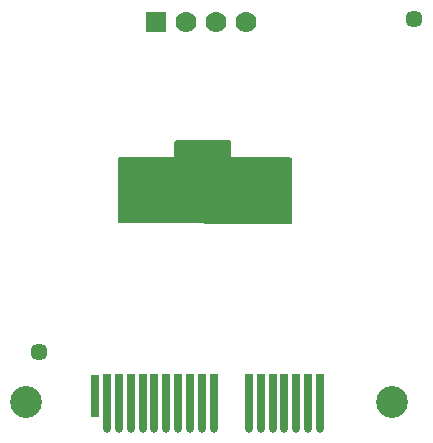
<source format=gbs>
G04 #@! TF.GenerationSoftware,KiCad,Pcbnew,(5.99.0-8491-gb8dfcb34c4)*
G04 #@! TF.CreationDate,2021-01-19T19:45:49+01:00*
G04 #@! TF.ProjectId,TMC2209_Driver,544d4332-3230-4395-9f44-72697665722e,rev?*
G04 #@! TF.SameCoordinates,PX67f3540PY6cb8080*
G04 #@! TF.FileFunction,Soldermask,Bot*
G04 #@! TF.FilePolarity,Negative*
%FSLAX46Y46*%
G04 Gerber Fmt 4.6, Leading zero omitted, Abs format (unit mm)*
G04 Created by KiCad (PCBNEW (5.99.0-8491-gb8dfcb34c4)) date 2021-01-19 19:45:49*
%MOMM*%
%LPD*%
G01*
G04 APERTURE LIST*
%ADD10C,1.448000*%
%ADD11C,2.700000*%
%ADD12O,0.650000X0.650000*%
%ADD13R,0.650000X3.600000*%
%ADD14R,0.650000X4.600000*%
%ADD15R,1.778000X1.778000*%
%ADD16C,1.778000*%
G04 APERTURE END LIST*
D10*
X35670000Y35680000D03*
X3920000Y7460000D03*
D11*
X2800000Y3256000D03*
X33750000Y3256000D03*
D12*
X27652800Y1014800D03*
X26652800Y1014800D03*
X22652800Y1014800D03*
X11652800Y1014800D03*
X14652800Y1014800D03*
X9652800Y1014800D03*
X24652800Y1014800D03*
X12652800Y1014800D03*
X21652800Y1014800D03*
X10652800Y1014800D03*
X25652800Y1014800D03*
X15652800Y1014800D03*
X13652800Y1014800D03*
X16652800Y1014800D03*
X18652800Y1014800D03*
X23652800Y1014800D03*
X17652800Y1014800D03*
D13*
X8652800Y3814800D03*
D14*
X9652800Y3314800D03*
X10652800Y3314800D03*
X11652800Y3314800D03*
X12652800Y3314800D03*
X13652800Y3314800D03*
X14652800Y3314800D03*
X15652800Y3314800D03*
X16652800Y3314800D03*
X17652800Y3314800D03*
X18652800Y3314800D03*
X21652800Y3314800D03*
X22652800Y3314800D03*
X23652800Y3314800D03*
X24652800Y3314800D03*
X25652800Y3314800D03*
X26652800Y3314800D03*
X27652800Y3314800D03*
D15*
X13809000Y35437800D03*
D16*
X16349000Y35437800D03*
X18889000Y35437800D03*
X21429000Y35437800D03*
G36*
X20101819Y25397498D02*
G01*
X20148312Y25343842D01*
X20159696Y25292200D01*
X20166872Y24000515D01*
X20171432Y23985300D01*
X20172969Y23983983D01*
X20180343Y23982400D01*
X25155712Y23982400D01*
X25223833Y23962398D01*
X25270326Y23908742D01*
X25281712Y23856284D01*
X25276760Y18494173D01*
X25256695Y18426070D01*
X25202996Y18379627D01*
X25150651Y18368289D01*
X10698363Y18380770D01*
X10630260Y18400831D01*
X10583813Y18454527D01*
X10572472Y18506432D01*
X10558138Y23856062D01*
X10577958Y23924236D01*
X10631489Y23970873D01*
X10684138Y23982400D01*
X15314885Y23982400D01*
X15330124Y23986875D01*
X15331329Y23988265D01*
X15333000Y23995948D01*
X15333000Y25291500D01*
X15353002Y25359621D01*
X15406658Y25406114D01*
X15459000Y25417500D01*
X20033698Y25417500D01*
X20101819Y25397498D01*
G37*
M02*

</source>
